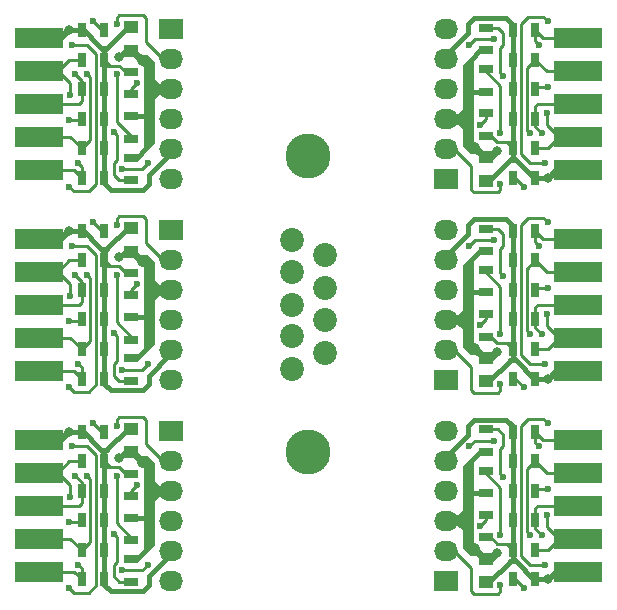
<source format=gbl>
G04 #@! TF.FileFunction,Copper,L2,Bot,Signal*
%FSLAX46Y46*%
G04 Gerber Fmt 4.6, Leading zero omitted, Abs format (unit mm)*
G04 Created by KiCad (PCBNEW 4.0.2-stable) date 27/07/2016 9:39:40 PM*
%MOMM*%
G01*
G04 APERTURE LIST*
%ADD10C,0.100000*%
%ADD11R,1.250000X1.000000*%
%ADD12C,3.810000*%
%ADD13C,2.024000*%
%ADD14R,1.300000X0.700000*%
%ADD15R,0.700000X1.300000*%
%ADD16R,4.080000X1.778000*%
%ADD17R,2.032000X1.727200*%
%ADD18O,2.032000X1.727200*%
%ADD19C,0.800000*%
%ADD20C,0.600000*%
%ADD21C,0.450000*%
%ADD22C,0.250000*%
%ADD23C,0.500000*%
G04 APERTURE END LIST*
D10*
D11*
X170250000Y-116500000D03*
X170250000Y-114500000D03*
X170250000Y-133500000D03*
X170250000Y-131500000D03*
X140250000Y-137500000D03*
X140250000Y-139500000D03*
X140250000Y-120500000D03*
X140250000Y-122500000D03*
X140250000Y-103500000D03*
X140250000Y-105500000D03*
X170250000Y-150500000D03*
X170250000Y-148500000D03*
D12*
X155250000Y-139446000D03*
X155250000Y-114427000D03*
D13*
X153853000Y-132461000D03*
X153853000Y-129667000D03*
X153853000Y-127000000D03*
X153853000Y-124206000D03*
X153853000Y-121539000D03*
X156647000Y-131064000D03*
X156647000Y-128270000D03*
X156647000Y-125603000D03*
X156647000Y-122809000D03*
D14*
X170250000Y-141050000D03*
X170250000Y-142950000D03*
D15*
X174450000Y-150250000D03*
X172550000Y-150250000D03*
D14*
X170250000Y-137550000D03*
X170250000Y-139450000D03*
X170250000Y-146700000D03*
X170250000Y-144800000D03*
D15*
X172550000Y-140250000D03*
X174450000Y-140250000D03*
X172550000Y-137750000D03*
X174450000Y-137750000D03*
X172550000Y-147750000D03*
X174450000Y-147750000D03*
X172550000Y-145250000D03*
X174450000Y-145250000D03*
X172550000Y-142750000D03*
X174450000Y-142750000D03*
D16*
X178083000Y-141206000D03*
X178083000Y-144000000D03*
X178083000Y-146794000D03*
X178083000Y-149588000D03*
X178083000Y-138412000D03*
D17*
X166915000Y-150350000D03*
D18*
X166915000Y-147810000D03*
X166915000Y-145270000D03*
X166915000Y-142730000D03*
X166915000Y-140190000D03*
X166915000Y-137650000D03*
D17*
X166915000Y-116350000D03*
D18*
X166915000Y-113810000D03*
X166915000Y-111270000D03*
X166915000Y-108730000D03*
X166915000Y-106190000D03*
X166915000Y-103650000D03*
D16*
X178083000Y-107206000D03*
X178083000Y-110000000D03*
X178083000Y-112794000D03*
X178083000Y-115588000D03*
X178083000Y-104412000D03*
D15*
X172550000Y-108750000D03*
X174450000Y-108750000D03*
X172550000Y-111250000D03*
X174450000Y-111250000D03*
X172550000Y-113750000D03*
X174450000Y-113750000D03*
X172550000Y-103750000D03*
X174450000Y-103750000D03*
X172550000Y-106250000D03*
X174450000Y-106250000D03*
D14*
X170250000Y-112700000D03*
X170250000Y-110800000D03*
X170250000Y-103550000D03*
X170250000Y-105450000D03*
D15*
X174450000Y-116250000D03*
X172550000Y-116250000D03*
D14*
X170250000Y-107050000D03*
X170250000Y-108950000D03*
X170250000Y-124050000D03*
X170250000Y-125950000D03*
D15*
X174450000Y-133250000D03*
X172550000Y-133250000D03*
D14*
X170250000Y-120550000D03*
X170250000Y-122450000D03*
X170250000Y-129700000D03*
X170250000Y-127800000D03*
D15*
X172550000Y-123250000D03*
X174450000Y-123250000D03*
X172550000Y-120750000D03*
X174450000Y-120750000D03*
X172550000Y-130750000D03*
X174450000Y-130750000D03*
X172550000Y-128250000D03*
X174450000Y-128250000D03*
X172550000Y-125750000D03*
X174450000Y-125750000D03*
D16*
X178083000Y-124206000D03*
X178083000Y-127000000D03*
X178083000Y-129794000D03*
X178083000Y-132588000D03*
X178083000Y-121412000D03*
D17*
X166915000Y-133350000D03*
D18*
X166915000Y-130810000D03*
X166915000Y-128270000D03*
X166915000Y-125730000D03*
X166915000Y-123190000D03*
X166915000Y-120650000D03*
D17*
X143585000Y-120650000D03*
D18*
X143585000Y-123190000D03*
X143585000Y-125730000D03*
X143585000Y-128270000D03*
X143585000Y-130810000D03*
X143585000Y-133350000D03*
D16*
X132417000Y-129794000D03*
X132417000Y-127000000D03*
X132417000Y-124206000D03*
X132417000Y-121412000D03*
X132417000Y-132588000D03*
D15*
X137950000Y-128250000D03*
X136050000Y-128250000D03*
X137950000Y-125750000D03*
X136050000Y-125750000D03*
X137950000Y-123250000D03*
X136050000Y-123250000D03*
X137950000Y-133250000D03*
X136050000Y-133250000D03*
X137950000Y-130750000D03*
X136050000Y-130750000D03*
D14*
X140250000Y-124300000D03*
X140250000Y-126200000D03*
X140250000Y-133450000D03*
X140250000Y-131550000D03*
D15*
X136050000Y-120750000D03*
X137950000Y-120750000D03*
D14*
X140250000Y-129950000D03*
X140250000Y-128050000D03*
X140250000Y-146950000D03*
X140250000Y-145050000D03*
D15*
X136050000Y-137750000D03*
X137950000Y-137750000D03*
D14*
X140250000Y-150450000D03*
X140250000Y-148550000D03*
X140250000Y-141300000D03*
X140250000Y-143200000D03*
D15*
X137950000Y-147750000D03*
X136050000Y-147750000D03*
X137950000Y-150250000D03*
X136050000Y-150250000D03*
X137950000Y-140250000D03*
X136050000Y-140250000D03*
X137950000Y-142750000D03*
X136050000Y-142750000D03*
X137950000Y-145250000D03*
X136050000Y-145250000D03*
D16*
X132417000Y-146794000D03*
X132417000Y-144000000D03*
X132417000Y-141206000D03*
X132417000Y-138412000D03*
X132417000Y-149588000D03*
D17*
X143585000Y-137650000D03*
D18*
X143585000Y-140190000D03*
X143585000Y-142730000D03*
X143585000Y-145270000D03*
X143585000Y-147810000D03*
X143585000Y-150350000D03*
D17*
X143585000Y-103650000D03*
D18*
X143585000Y-106190000D03*
X143585000Y-108730000D03*
X143585000Y-111270000D03*
X143585000Y-113810000D03*
X143585000Y-116350000D03*
D16*
X132417000Y-112794000D03*
X132417000Y-110000000D03*
X132417000Y-107206000D03*
X132417000Y-104412000D03*
X132417000Y-115588000D03*
D15*
X137950000Y-111250000D03*
X136050000Y-111250000D03*
X137950000Y-108750000D03*
X136050000Y-108750000D03*
X137950000Y-106250000D03*
X136050000Y-106250000D03*
X137950000Y-116250000D03*
X136050000Y-116250000D03*
X137950000Y-113750000D03*
X136050000Y-113750000D03*
D14*
X140250000Y-107300000D03*
X140250000Y-109200000D03*
X140250000Y-116450000D03*
X140250000Y-114550000D03*
D15*
X136050000Y-103750000D03*
X137950000Y-103750000D03*
D14*
X140250000Y-112950000D03*
X140250000Y-111050000D03*
D19*
X175500000Y-150250000D03*
X175500000Y-116250000D03*
X175500000Y-133250000D03*
X135000000Y-120750000D03*
X135000000Y-137750000D03*
X135000000Y-103750000D03*
X171250000Y-148000000D03*
X169375000Y-147625000D03*
X169375000Y-113625000D03*
X171250000Y-114000000D03*
X171250000Y-131000000D03*
X169375000Y-130625000D03*
X141125000Y-123375000D03*
X139250000Y-123000000D03*
X139250000Y-140000000D03*
X141125000Y-140375000D03*
X141125000Y-106375000D03*
X139250000Y-106000000D03*
D20*
X175250000Y-149000000D03*
X175500000Y-103000000D03*
X175250000Y-115000000D03*
X175250000Y-132000000D03*
X175500000Y-120000000D03*
X175500000Y-137000000D03*
X135000000Y-117000000D03*
X135000000Y-134000000D03*
X135250000Y-122000000D03*
X135250000Y-139000000D03*
X135000000Y-151000000D03*
X135250000Y-105000000D03*
X174000000Y-146500000D03*
X174000000Y-112500000D03*
X174000000Y-129500000D03*
X136500000Y-124500000D03*
X136500000Y-141500000D03*
X136500000Y-107500000D03*
X175000000Y-146500000D03*
X175000000Y-112500000D03*
X175000000Y-129500000D03*
X135500000Y-124500000D03*
X135500000Y-141500000D03*
X135500000Y-107500000D03*
X175424000Y-144762000D03*
X175424000Y-110762000D03*
X175424000Y-127762000D03*
X135076000Y-126238000D03*
X135076000Y-143238000D03*
X135076000Y-109238000D03*
X174750000Y-139000000D03*
X171000000Y-138500000D03*
X168850000Y-139000000D03*
X168850000Y-105000000D03*
X171000000Y-104500000D03*
X174750000Y-105000000D03*
X174750000Y-122000000D03*
X171000000Y-121500000D03*
X168850000Y-122000000D03*
X141650000Y-132000000D03*
X139500000Y-132500000D03*
X135750000Y-132000000D03*
X135750000Y-149000000D03*
X139500000Y-149500000D03*
X141650000Y-149000000D03*
X141650000Y-115000000D03*
X139500000Y-115500000D03*
X135750000Y-115000000D03*
X175551000Y-142603000D03*
X175551000Y-108603000D03*
X175551000Y-125603000D03*
X134949000Y-128397000D03*
X134949000Y-145397000D03*
X134949000Y-111397000D03*
X171500000Y-150750000D03*
X171500000Y-116750000D03*
X171500000Y-133750000D03*
X139000000Y-120250000D03*
X139000000Y-137250000D03*
X139000000Y-103250000D03*
X169750000Y-145750000D03*
X169750000Y-111750000D03*
X169750000Y-128750000D03*
X140750000Y-125250000D03*
X140750000Y-142250000D03*
X140750000Y-108250000D03*
X171750000Y-141600000D03*
X171750000Y-107600000D03*
X171750000Y-124600000D03*
X138750000Y-129400000D03*
X138750000Y-146400000D03*
X138750000Y-112400000D03*
X173500000Y-151000000D03*
X173500000Y-117000000D03*
X173500000Y-134000000D03*
X137000000Y-120000000D03*
X137000000Y-137000000D03*
X137000000Y-103000000D03*
X171500000Y-146500000D03*
X171500000Y-112500000D03*
X171500000Y-129500000D03*
X139000000Y-124500000D03*
X139000000Y-141500000D03*
X139000000Y-107500000D03*
D21*
X172550000Y-137750000D02*
X172550000Y-140250000D01*
X172550000Y-140250000D02*
X172550000Y-142750000D01*
X172550000Y-142750000D02*
X172550000Y-145250000D01*
X172550000Y-145250000D02*
X172550000Y-147750000D01*
D22*
X172490000Y-140190000D02*
X172550000Y-140250000D01*
D21*
X172550000Y-148492000D02*
X172550000Y-147750000D01*
X172779000Y-148721000D02*
X172550000Y-148492000D01*
X174450000Y-150392000D02*
X172779000Y-148721000D01*
D22*
X174450000Y-150250000D02*
X174450000Y-150392000D01*
X172550000Y-147750000D02*
X172550000Y-148200000D01*
D21*
X172550000Y-137300000D02*
X172550000Y-137750000D01*
X172000000Y-136750000D02*
X172550000Y-137300000D01*
X169250000Y-136750000D02*
X172000000Y-136750000D01*
X168750000Y-137250000D02*
X169250000Y-136750000D01*
X168750000Y-138000000D02*
X168750000Y-137250000D01*
X175500000Y-150250000D02*
X174450000Y-150250000D01*
D22*
X174450000Y-150250000D02*
X174450000Y-150550000D01*
X176162000Y-149588000D02*
X178083000Y-149588000D01*
D21*
X175500000Y-150250000D02*
X176162000Y-149588000D01*
D23*
X172550000Y-148200000D02*
X172550000Y-147750000D01*
D22*
X170700000Y-146700000D02*
X171250000Y-147250000D01*
X172050000Y-147250000D02*
X172550000Y-147750000D01*
X171250000Y-147250000D02*
X172050000Y-147250000D01*
D21*
X166915000Y-140085000D02*
X166915000Y-140190000D01*
X168750000Y-138000000D02*
X167040000Y-139710000D01*
D22*
X172550000Y-147500002D02*
X172550000Y-147750000D01*
X172299998Y-147250000D02*
X172550000Y-147500002D01*
X171250000Y-147250000D02*
X172299998Y-147250000D01*
D21*
X170542000Y-150500000D02*
X170250000Y-150500000D01*
X172271000Y-148771000D02*
X170542000Y-150500000D01*
X172550000Y-148492000D02*
X172271000Y-148771000D01*
X172321000Y-148721000D02*
X172779000Y-148721000D01*
X172271000Y-148771000D02*
X172321000Y-148721000D01*
X177671000Y-150000000D02*
X178083000Y-149588000D01*
X175750000Y-150000000D02*
X177671000Y-150000000D01*
X175500000Y-150250000D02*
X175750000Y-150000000D01*
X175500000Y-116250000D02*
X175750000Y-116000000D01*
X175750000Y-116000000D02*
X177671000Y-116000000D01*
X177671000Y-116000000D02*
X178083000Y-115588000D01*
X172271000Y-114771000D02*
X172321000Y-114721000D01*
X172321000Y-114721000D02*
X172779000Y-114721000D01*
X172550000Y-114492000D02*
X172271000Y-114771000D01*
X172271000Y-114771000D02*
X170542000Y-116500000D01*
X170542000Y-116500000D02*
X170250000Y-116500000D01*
D22*
X171250000Y-113250000D02*
X172299998Y-113250000D01*
X172299998Y-113250000D02*
X172550000Y-113500002D01*
X172550000Y-113500002D02*
X172550000Y-113750000D01*
D21*
X168750000Y-104000000D02*
X167040000Y-105710000D01*
X166915000Y-106085000D02*
X166915000Y-106190000D01*
D22*
X171250000Y-113250000D02*
X172050000Y-113250000D01*
X172050000Y-113250000D02*
X172550000Y-113750000D01*
X170700000Y-112700000D02*
X171250000Y-113250000D01*
D23*
X172550000Y-114200000D02*
X172550000Y-113750000D01*
D21*
X175500000Y-116250000D02*
X176162000Y-115588000D01*
D22*
X176162000Y-115588000D02*
X178083000Y-115588000D01*
X174450000Y-116250000D02*
X174450000Y-116550000D01*
D21*
X175500000Y-116250000D02*
X174450000Y-116250000D01*
X168750000Y-104000000D02*
X168750000Y-103250000D01*
X168750000Y-103250000D02*
X169250000Y-102750000D01*
X169250000Y-102750000D02*
X172000000Y-102750000D01*
X172000000Y-102750000D02*
X172550000Y-103300000D01*
X172550000Y-103300000D02*
X172550000Y-103750000D01*
D22*
X172550000Y-113750000D02*
X172550000Y-114200000D01*
X174450000Y-116250000D02*
X174450000Y-116392000D01*
D21*
X174450000Y-116392000D02*
X172779000Y-114721000D01*
X172779000Y-114721000D02*
X172550000Y-114492000D01*
X172550000Y-114492000D02*
X172550000Y-113750000D01*
D22*
X172490000Y-106190000D02*
X172550000Y-106250000D01*
D21*
X172550000Y-111250000D02*
X172550000Y-113750000D01*
X172550000Y-108750000D02*
X172550000Y-111250000D01*
X172550000Y-106250000D02*
X172550000Y-108750000D01*
X172550000Y-103750000D02*
X172550000Y-106250000D01*
X172550000Y-120750000D02*
X172550000Y-123250000D01*
X172550000Y-123250000D02*
X172550000Y-125750000D01*
X172550000Y-125750000D02*
X172550000Y-128250000D01*
X172550000Y-128250000D02*
X172550000Y-130750000D01*
D22*
X172490000Y-123190000D02*
X172550000Y-123250000D01*
D21*
X172550000Y-131492000D02*
X172550000Y-130750000D01*
X172779000Y-131721000D02*
X172550000Y-131492000D01*
X174450000Y-133392000D02*
X172779000Y-131721000D01*
D22*
X174450000Y-133250000D02*
X174450000Y-133392000D01*
X172550000Y-130750000D02*
X172550000Y-131200000D01*
D21*
X172550000Y-120300000D02*
X172550000Y-120750000D01*
X172000000Y-119750000D02*
X172550000Y-120300000D01*
X169250000Y-119750000D02*
X172000000Y-119750000D01*
X168750000Y-120250000D02*
X169250000Y-119750000D01*
X168750000Y-121000000D02*
X168750000Y-120250000D01*
X175500000Y-133250000D02*
X174450000Y-133250000D01*
D22*
X174450000Y-133250000D02*
X174450000Y-133550000D01*
X176162000Y-132588000D02*
X178083000Y-132588000D01*
D21*
X175500000Y-133250000D02*
X176162000Y-132588000D01*
D23*
X172550000Y-131200000D02*
X172550000Y-130750000D01*
D22*
X170700000Y-129700000D02*
X171250000Y-130250000D01*
X172050000Y-130250000D02*
X172550000Y-130750000D01*
X171250000Y-130250000D02*
X172050000Y-130250000D01*
D21*
X166915000Y-123085000D02*
X166915000Y-123190000D01*
X168750000Y-121000000D02*
X167040000Y-122710000D01*
D22*
X172550000Y-130500002D02*
X172550000Y-130750000D01*
X172299998Y-130250000D02*
X172550000Y-130500002D01*
X171250000Y-130250000D02*
X172299998Y-130250000D01*
D21*
X170542000Y-133500000D02*
X170250000Y-133500000D01*
X172271000Y-131771000D02*
X170542000Y-133500000D01*
X172550000Y-131492000D02*
X172271000Y-131771000D01*
X172321000Y-131721000D02*
X172779000Y-131721000D01*
X172271000Y-131771000D02*
X172321000Y-131721000D01*
X177671000Y-133000000D02*
X178083000Y-132588000D01*
X175750000Y-133000000D02*
X177671000Y-133000000D01*
X175500000Y-133250000D02*
X175750000Y-133000000D01*
X135000000Y-120750000D02*
X134750000Y-121000000D01*
X134750000Y-121000000D02*
X132829000Y-121000000D01*
X132829000Y-121000000D02*
X132417000Y-121412000D01*
X138229000Y-122229000D02*
X138179000Y-122279000D01*
X138179000Y-122279000D02*
X137721000Y-122279000D01*
X137950000Y-122508000D02*
X138229000Y-122229000D01*
X138229000Y-122229000D02*
X139958000Y-120500000D01*
X139958000Y-120500000D02*
X140250000Y-120500000D01*
D22*
X139250000Y-123750000D02*
X138200002Y-123750000D01*
X138200002Y-123750000D02*
X137950000Y-123499998D01*
X137950000Y-123499998D02*
X137950000Y-123250000D01*
D21*
X141750000Y-133000000D02*
X143460000Y-131290000D01*
X143585000Y-130915000D02*
X143585000Y-130810000D01*
D22*
X139250000Y-123750000D02*
X138450000Y-123750000D01*
X138450000Y-123750000D02*
X137950000Y-123250000D01*
X139800000Y-124300000D02*
X139250000Y-123750000D01*
D23*
X137950000Y-122800000D02*
X137950000Y-123250000D01*
D21*
X135000000Y-120750000D02*
X134338000Y-121412000D01*
D22*
X134338000Y-121412000D02*
X132417000Y-121412000D01*
X136050000Y-120750000D02*
X136050000Y-120450000D01*
D21*
X135000000Y-120750000D02*
X136050000Y-120750000D01*
X141750000Y-133000000D02*
X141750000Y-133750000D01*
X141750000Y-133750000D02*
X141250000Y-134250000D01*
X141250000Y-134250000D02*
X138500000Y-134250000D01*
X138500000Y-134250000D02*
X137950000Y-133700000D01*
X137950000Y-133700000D02*
X137950000Y-133250000D01*
D22*
X137950000Y-123250000D02*
X137950000Y-122800000D01*
X136050000Y-120750000D02*
X136050000Y-120608000D01*
D21*
X136050000Y-120608000D02*
X137721000Y-122279000D01*
X137721000Y-122279000D02*
X137950000Y-122508000D01*
X137950000Y-122508000D02*
X137950000Y-123250000D01*
D22*
X138010000Y-130810000D02*
X137950000Y-130750000D01*
D21*
X137950000Y-125750000D02*
X137950000Y-123250000D01*
X137950000Y-128250000D02*
X137950000Y-125750000D01*
X137950000Y-130750000D02*
X137950000Y-128250000D01*
X137950000Y-133250000D02*
X137950000Y-130750000D01*
X137950000Y-150250000D02*
X137950000Y-147750000D01*
X137950000Y-147750000D02*
X137950000Y-145250000D01*
X137950000Y-145250000D02*
X137950000Y-142750000D01*
X137950000Y-142750000D02*
X137950000Y-140250000D01*
D22*
X138010000Y-147810000D02*
X137950000Y-147750000D01*
D21*
X137950000Y-139508000D02*
X137950000Y-140250000D01*
X137721000Y-139279000D02*
X137950000Y-139508000D01*
X136050000Y-137608000D02*
X137721000Y-139279000D01*
D22*
X136050000Y-137750000D02*
X136050000Y-137608000D01*
X137950000Y-140250000D02*
X137950000Y-139800000D01*
D21*
X137950000Y-150700000D02*
X137950000Y-150250000D01*
X138500000Y-151250000D02*
X137950000Y-150700000D01*
X141250000Y-151250000D02*
X138500000Y-151250000D01*
X141750000Y-150750000D02*
X141250000Y-151250000D01*
X141750000Y-150000000D02*
X141750000Y-150750000D01*
X135000000Y-137750000D02*
X136050000Y-137750000D01*
D22*
X136050000Y-137750000D02*
X136050000Y-137450000D01*
X134338000Y-138412000D02*
X132417000Y-138412000D01*
D21*
X135000000Y-137750000D02*
X134338000Y-138412000D01*
D23*
X137950000Y-139800000D02*
X137950000Y-140250000D01*
D22*
X139800000Y-141300000D02*
X139250000Y-140750000D01*
X138450000Y-140750000D02*
X137950000Y-140250000D01*
X139250000Y-140750000D02*
X138450000Y-140750000D01*
D21*
X143585000Y-147915000D02*
X143585000Y-147810000D01*
X141750000Y-150000000D02*
X143460000Y-148290000D01*
D22*
X137950000Y-140499998D02*
X137950000Y-140250000D01*
X138200002Y-140750000D02*
X137950000Y-140499998D01*
X139250000Y-140750000D02*
X138200002Y-140750000D01*
D21*
X139958000Y-137500000D02*
X140250000Y-137500000D01*
X138229000Y-139229000D02*
X139958000Y-137500000D01*
X137950000Y-139508000D02*
X138229000Y-139229000D01*
X138179000Y-139279000D02*
X137721000Y-139279000D01*
X138229000Y-139229000D02*
X138179000Y-139279000D01*
X132829000Y-138000000D02*
X132417000Y-138412000D01*
X134750000Y-138000000D02*
X132829000Y-138000000D01*
X135000000Y-137750000D02*
X134750000Y-138000000D01*
X135000000Y-103750000D02*
X134750000Y-104000000D01*
X134750000Y-104000000D02*
X132829000Y-104000000D01*
X132829000Y-104000000D02*
X132417000Y-104412000D01*
X138229000Y-105229000D02*
X138179000Y-105279000D01*
X138179000Y-105279000D02*
X137721000Y-105279000D01*
X137950000Y-105508000D02*
X138229000Y-105229000D01*
X138229000Y-105229000D02*
X139958000Y-103500000D01*
X139958000Y-103500000D02*
X140250000Y-103500000D01*
D22*
X139250000Y-106750000D02*
X138200002Y-106750000D01*
X138200002Y-106750000D02*
X137950000Y-106499998D01*
X137950000Y-106499998D02*
X137950000Y-106250000D01*
D21*
X141750000Y-116000000D02*
X143460000Y-114290000D01*
X143585000Y-113915000D02*
X143585000Y-113810000D01*
D22*
X139250000Y-106750000D02*
X138450000Y-106750000D01*
X138450000Y-106750000D02*
X137950000Y-106250000D01*
X139800000Y-107300000D02*
X139250000Y-106750000D01*
D23*
X137950000Y-105800000D02*
X137950000Y-106250000D01*
D21*
X135000000Y-103750000D02*
X134338000Y-104412000D01*
D22*
X134338000Y-104412000D02*
X132417000Y-104412000D01*
X136050000Y-103750000D02*
X136050000Y-103450000D01*
D21*
X135000000Y-103750000D02*
X136050000Y-103750000D01*
X141750000Y-116000000D02*
X141750000Y-116750000D01*
X141750000Y-116750000D02*
X141250000Y-117250000D01*
X141250000Y-117250000D02*
X138500000Y-117250000D01*
X138500000Y-117250000D02*
X137950000Y-116700000D01*
X137950000Y-116700000D02*
X137950000Y-116250000D01*
D22*
X137950000Y-106250000D02*
X137950000Y-105800000D01*
X136050000Y-103750000D02*
X136050000Y-103608000D01*
D21*
X136050000Y-103608000D02*
X137721000Y-105279000D01*
X137721000Y-105279000D02*
X137950000Y-105508000D01*
X137950000Y-105508000D02*
X137950000Y-106250000D01*
D22*
X138010000Y-113810000D02*
X137950000Y-113750000D01*
D21*
X137950000Y-108750000D02*
X137950000Y-106250000D01*
X137950000Y-111250000D02*
X137950000Y-108750000D01*
X137950000Y-113750000D02*
X137950000Y-111250000D01*
X137950000Y-116250000D02*
X137950000Y-113750000D01*
D22*
X166915000Y-145270000D02*
X167020000Y-145270000D01*
X170750000Y-148500000D02*
X170250000Y-148500000D01*
D21*
X170250000Y-139450000D02*
X170050000Y-139450000D01*
X170750000Y-148500000D02*
X171250000Y-148000000D01*
X169800000Y-139450000D02*
X170250000Y-139450000D01*
X169000000Y-147250000D02*
X170250000Y-148500000D01*
X169000000Y-146250000D02*
X169000000Y-147250000D01*
X169000000Y-146000000D02*
X169000000Y-146250000D01*
X169000000Y-145250000D02*
X169000000Y-146000000D01*
X169000000Y-140250000D02*
X169800000Y-139450000D01*
X169000000Y-144500000D02*
X169000000Y-145250000D01*
X169000000Y-144250000D02*
X169000000Y-144500000D01*
X169000000Y-143000000D02*
X169000000Y-144250000D01*
X169000000Y-140250000D02*
X169000000Y-143000000D01*
X169000000Y-145270000D02*
X169000000Y-145250000D01*
X166915000Y-145270000D02*
X169000000Y-145270000D01*
X168500000Y-145500000D02*
X169000000Y-146000000D01*
X168250000Y-145500000D02*
X168500000Y-145500000D01*
X167145000Y-145500000D02*
X168250000Y-145500000D01*
X166915000Y-145270000D02*
X167145000Y-145500000D01*
X168500000Y-145000000D02*
X169000000Y-144500000D01*
X168250000Y-145000000D02*
X168500000Y-145000000D01*
X167185000Y-145000000D02*
X168250000Y-145000000D01*
X166915000Y-145270000D02*
X167185000Y-145000000D01*
X168750000Y-146750000D02*
X168750000Y-140500000D01*
X168750000Y-147000000D02*
X168750000Y-146750000D01*
X168750000Y-140500000D02*
X169000000Y-140250000D01*
X169000000Y-147250000D02*
X168750000Y-147000000D01*
X168750000Y-147250000D02*
X168750000Y-146750000D01*
X169125000Y-147625000D02*
X168750000Y-147250000D01*
X170000000Y-148500000D02*
X169125000Y-147625000D01*
X170250000Y-148500000D02*
X170000000Y-148500000D01*
X168250000Y-145500000D02*
X169000000Y-146250000D01*
X168250000Y-145000000D02*
X169000000Y-144250000D01*
X169000000Y-142950000D02*
X169000000Y-143000000D01*
X170250000Y-142950000D02*
X169000000Y-142950000D01*
D22*
X169125000Y-147625000D02*
X169375000Y-147625000D01*
D21*
X169750000Y-148000000D02*
X170250000Y-148500000D01*
X169000000Y-148000000D02*
X169750000Y-148000000D01*
X168750000Y-147750000D02*
X169000000Y-148000000D01*
X168750000Y-147250000D02*
X168750000Y-147750000D01*
X167770000Y-145270000D02*
X166915000Y-145270000D01*
X168500000Y-146000000D02*
X167770000Y-145270000D01*
X168500000Y-147500000D02*
X168500000Y-146000000D01*
X169000000Y-148000000D02*
X168500000Y-147500000D01*
X167730000Y-145270000D02*
X166915000Y-145270000D01*
X168500000Y-144500000D02*
X167730000Y-145270000D01*
X168500000Y-140750000D02*
X168500000Y-144500000D01*
X168750000Y-140500000D02*
X168500000Y-140750000D01*
X168750000Y-106500000D02*
X168500000Y-106750000D01*
X168500000Y-106750000D02*
X168500000Y-110500000D01*
X168500000Y-110500000D02*
X167730000Y-111270000D01*
X167730000Y-111270000D02*
X166915000Y-111270000D01*
X169000000Y-114000000D02*
X168500000Y-113500000D01*
X168500000Y-113500000D02*
X168500000Y-112000000D01*
X168500000Y-112000000D02*
X167770000Y-111270000D01*
X167770000Y-111270000D02*
X166915000Y-111270000D01*
X168750000Y-113250000D02*
X168750000Y-113750000D01*
X168750000Y-113750000D02*
X169000000Y-114000000D01*
X169000000Y-114000000D02*
X169750000Y-114000000D01*
X169750000Y-114000000D02*
X170250000Y-114500000D01*
D22*
X169125000Y-113625000D02*
X169375000Y-113625000D01*
D21*
X170250000Y-108950000D02*
X169000000Y-108950000D01*
X169000000Y-108950000D02*
X169000000Y-109000000D01*
X168250000Y-111000000D02*
X169000000Y-110250000D01*
X168250000Y-111500000D02*
X169000000Y-112250000D01*
X170250000Y-114500000D02*
X170000000Y-114500000D01*
X170000000Y-114500000D02*
X169125000Y-113625000D01*
X169125000Y-113625000D02*
X168750000Y-113250000D01*
X168750000Y-113250000D02*
X168750000Y-112750000D01*
X169000000Y-113250000D02*
X168750000Y-113000000D01*
X168750000Y-106500000D02*
X169000000Y-106250000D01*
X168750000Y-113000000D02*
X168750000Y-112750000D01*
X168750000Y-112750000D02*
X168750000Y-106500000D01*
X166915000Y-111270000D02*
X167185000Y-111000000D01*
X167185000Y-111000000D02*
X168250000Y-111000000D01*
X168250000Y-111000000D02*
X168500000Y-111000000D01*
X168500000Y-111000000D02*
X169000000Y-110500000D01*
X166915000Y-111270000D02*
X167145000Y-111500000D01*
X167145000Y-111500000D02*
X168250000Y-111500000D01*
X168250000Y-111500000D02*
X168500000Y-111500000D01*
X168500000Y-111500000D02*
X169000000Y-112000000D01*
X166915000Y-111270000D02*
X169000000Y-111270000D01*
X169000000Y-111270000D02*
X169000000Y-111250000D01*
X169000000Y-106250000D02*
X169000000Y-109000000D01*
X169000000Y-109000000D02*
X169000000Y-110250000D01*
X169000000Y-110250000D02*
X169000000Y-110500000D01*
X169000000Y-110500000D02*
X169000000Y-111250000D01*
X169000000Y-106250000D02*
X169800000Y-105450000D01*
X169000000Y-111250000D02*
X169000000Y-112000000D01*
X169000000Y-112000000D02*
X169000000Y-112250000D01*
X169000000Y-112250000D02*
X169000000Y-113250000D01*
X169000000Y-113250000D02*
X170250000Y-114500000D01*
X169800000Y-105450000D02*
X170250000Y-105450000D01*
X170750000Y-114500000D02*
X171250000Y-114000000D01*
X170250000Y-105450000D02*
X170050000Y-105450000D01*
D22*
X170750000Y-114500000D02*
X170250000Y-114500000D01*
X166915000Y-111270000D02*
X167020000Y-111270000D01*
X166915000Y-128270000D02*
X167020000Y-128270000D01*
X170750000Y-131500000D02*
X170250000Y-131500000D01*
D21*
X170250000Y-122450000D02*
X170050000Y-122450000D01*
X170750000Y-131500000D02*
X171250000Y-131000000D01*
X169800000Y-122450000D02*
X170250000Y-122450000D01*
X169000000Y-130250000D02*
X170250000Y-131500000D01*
X169000000Y-129250000D02*
X169000000Y-130250000D01*
X169000000Y-129000000D02*
X169000000Y-129250000D01*
X169000000Y-128250000D02*
X169000000Y-129000000D01*
X169000000Y-123250000D02*
X169800000Y-122450000D01*
X169000000Y-127500000D02*
X169000000Y-128250000D01*
X169000000Y-127250000D02*
X169000000Y-127500000D01*
X169000000Y-126000000D02*
X169000000Y-127250000D01*
X169000000Y-123250000D02*
X169000000Y-126000000D01*
X169000000Y-128270000D02*
X169000000Y-128250000D01*
X166915000Y-128270000D02*
X169000000Y-128270000D01*
X168500000Y-128500000D02*
X169000000Y-129000000D01*
X168250000Y-128500000D02*
X168500000Y-128500000D01*
X167145000Y-128500000D02*
X168250000Y-128500000D01*
X166915000Y-128270000D02*
X167145000Y-128500000D01*
X168500000Y-128000000D02*
X169000000Y-127500000D01*
X168250000Y-128000000D02*
X168500000Y-128000000D01*
X167185000Y-128000000D02*
X168250000Y-128000000D01*
X166915000Y-128270000D02*
X167185000Y-128000000D01*
X168750000Y-129750000D02*
X168750000Y-123500000D01*
X168750000Y-130000000D02*
X168750000Y-129750000D01*
X168750000Y-123500000D02*
X169000000Y-123250000D01*
X169000000Y-130250000D02*
X168750000Y-130000000D01*
X168750000Y-130250000D02*
X168750000Y-129750000D01*
X169125000Y-130625000D02*
X168750000Y-130250000D01*
X170000000Y-131500000D02*
X169125000Y-130625000D01*
X170250000Y-131500000D02*
X170000000Y-131500000D01*
X168250000Y-128500000D02*
X169000000Y-129250000D01*
X168250000Y-128000000D02*
X169000000Y-127250000D01*
X169000000Y-125950000D02*
X169000000Y-126000000D01*
X170250000Y-125950000D02*
X169000000Y-125950000D01*
D22*
X169125000Y-130625000D02*
X169375000Y-130625000D01*
D21*
X169750000Y-131000000D02*
X170250000Y-131500000D01*
X169000000Y-131000000D02*
X169750000Y-131000000D01*
X168750000Y-130750000D02*
X169000000Y-131000000D01*
X168750000Y-130250000D02*
X168750000Y-130750000D01*
X167770000Y-128270000D02*
X166915000Y-128270000D01*
X168500000Y-129000000D02*
X167770000Y-128270000D01*
X168500000Y-130500000D02*
X168500000Y-129000000D01*
X169000000Y-131000000D02*
X168500000Y-130500000D01*
X167730000Y-128270000D02*
X166915000Y-128270000D01*
X168500000Y-127500000D02*
X167730000Y-128270000D01*
X168500000Y-123750000D02*
X168500000Y-127500000D01*
X168750000Y-123500000D02*
X168500000Y-123750000D01*
X141750000Y-130500000D02*
X142000000Y-130250000D01*
X142000000Y-130250000D02*
X142000000Y-126500000D01*
X142000000Y-126500000D02*
X142770000Y-125730000D01*
X142770000Y-125730000D02*
X143585000Y-125730000D01*
X141500000Y-123000000D02*
X142000000Y-123500000D01*
X142000000Y-123500000D02*
X142000000Y-125000000D01*
X142000000Y-125000000D02*
X142730000Y-125730000D01*
X142730000Y-125730000D02*
X143585000Y-125730000D01*
X141750000Y-123750000D02*
X141750000Y-123250000D01*
X141750000Y-123250000D02*
X141500000Y-123000000D01*
X141500000Y-123000000D02*
X140750000Y-123000000D01*
X140750000Y-123000000D02*
X140250000Y-122500000D01*
D22*
X141375000Y-123375000D02*
X141125000Y-123375000D01*
D21*
X140250000Y-128050000D02*
X141500000Y-128050000D01*
X141500000Y-128050000D02*
X141500000Y-128000000D01*
X142250000Y-126000000D02*
X141500000Y-126750000D01*
X142250000Y-125500000D02*
X141500000Y-124750000D01*
X140250000Y-122500000D02*
X140500000Y-122500000D01*
X140500000Y-122500000D02*
X141375000Y-123375000D01*
X141375000Y-123375000D02*
X141750000Y-123750000D01*
X141750000Y-123750000D02*
X141750000Y-124250000D01*
X141500000Y-123750000D02*
X141750000Y-124000000D01*
X141750000Y-130500000D02*
X141500000Y-130750000D01*
X141750000Y-124000000D02*
X141750000Y-124250000D01*
X141750000Y-124250000D02*
X141750000Y-130500000D01*
X143585000Y-125730000D02*
X143315000Y-126000000D01*
X143315000Y-126000000D02*
X142250000Y-126000000D01*
X142250000Y-126000000D02*
X142000000Y-126000000D01*
X142000000Y-126000000D02*
X141500000Y-126500000D01*
X143585000Y-125730000D02*
X143355000Y-125500000D01*
X143355000Y-125500000D02*
X142250000Y-125500000D01*
X142250000Y-125500000D02*
X142000000Y-125500000D01*
X142000000Y-125500000D02*
X141500000Y-125000000D01*
X143585000Y-125730000D02*
X141500000Y-125730000D01*
X141500000Y-125730000D02*
X141500000Y-125750000D01*
X141500000Y-130750000D02*
X141500000Y-128000000D01*
X141500000Y-128000000D02*
X141500000Y-126750000D01*
X141500000Y-126750000D02*
X141500000Y-126500000D01*
X141500000Y-126500000D02*
X141500000Y-125750000D01*
X141500000Y-130750000D02*
X140700000Y-131550000D01*
X141500000Y-125750000D02*
X141500000Y-125000000D01*
X141500000Y-125000000D02*
X141500000Y-124750000D01*
X141500000Y-124750000D02*
X141500000Y-123750000D01*
X141500000Y-123750000D02*
X140250000Y-122500000D01*
X140700000Y-131550000D02*
X140250000Y-131550000D01*
X139750000Y-122500000D02*
X139250000Y-123000000D01*
X140250000Y-131550000D02*
X140450000Y-131550000D01*
D22*
X139750000Y-122500000D02*
X140250000Y-122500000D01*
X143585000Y-125730000D02*
X143480000Y-125730000D01*
X143585000Y-142730000D02*
X143480000Y-142730000D01*
X139750000Y-139500000D02*
X140250000Y-139500000D01*
D21*
X140250000Y-148550000D02*
X140450000Y-148550000D01*
X139750000Y-139500000D02*
X139250000Y-140000000D01*
X140700000Y-148550000D02*
X140250000Y-148550000D01*
X141500000Y-140750000D02*
X140250000Y-139500000D01*
X141500000Y-141750000D02*
X141500000Y-140750000D01*
X141500000Y-142000000D02*
X141500000Y-141750000D01*
X141500000Y-142750000D02*
X141500000Y-142000000D01*
X141500000Y-147750000D02*
X140700000Y-148550000D01*
X141500000Y-143500000D02*
X141500000Y-142750000D01*
X141500000Y-143750000D02*
X141500000Y-143500000D01*
X141500000Y-145000000D02*
X141500000Y-143750000D01*
X141500000Y-147750000D02*
X141500000Y-145000000D01*
X141500000Y-142730000D02*
X141500000Y-142750000D01*
X143585000Y-142730000D02*
X141500000Y-142730000D01*
X142000000Y-142500000D02*
X141500000Y-142000000D01*
X142250000Y-142500000D02*
X142000000Y-142500000D01*
X143355000Y-142500000D02*
X142250000Y-142500000D01*
X143585000Y-142730000D02*
X143355000Y-142500000D01*
X142000000Y-143000000D02*
X141500000Y-143500000D01*
X142250000Y-143000000D02*
X142000000Y-143000000D01*
X143315000Y-143000000D02*
X142250000Y-143000000D01*
X143585000Y-142730000D02*
X143315000Y-143000000D01*
X141750000Y-141250000D02*
X141750000Y-147500000D01*
X141750000Y-141000000D02*
X141750000Y-141250000D01*
X141750000Y-147500000D02*
X141500000Y-147750000D01*
X141500000Y-140750000D02*
X141750000Y-141000000D01*
X141750000Y-140750000D02*
X141750000Y-141250000D01*
X141375000Y-140375000D02*
X141750000Y-140750000D01*
X140500000Y-139500000D02*
X141375000Y-140375000D01*
X140250000Y-139500000D02*
X140500000Y-139500000D01*
X142250000Y-142500000D02*
X141500000Y-141750000D01*
X142250000Y-143000000D02*
X141500000Y-143750000D01*
X141500000Y-145050000D02*
X141500000Y-145000000D01*
X140250000Y-145050000D02*
X141500000Y-145050000D01*
D22*
X141375000Y-140375000D02*
X141125000Y-140375000D01*
D21*
X140750000Y-140000000D02*
X140250000Y-139500000D01*
X141500000Y-140000000D02*
X140750000Y-140000000D01*
X141750000Y-140250000D02*
X141500000Y-140000000D01*
X141750000Y-140750000D02*
X141750000Y-140250000D01*
X142730000Y-142730000D02*
X143585000Y-142730000D01*
X142000000Y-142000000D02*
X142730000Y-142730000D01*
X142000000Y-140500000D02*
X142000000Y-142000000D01*
X141500000Y-140000000D02*
X142000000Y-140500000D01*
X142770000Y-142730000D02*
X143585000Y-142730000D01*
X142000000Y-143500000D02*
X142770000Y-142730000D01*
X142000000Y-147250000D02*
X142000000Y-143500000D01*
X141750000Y-147500000D02*
X142000000Y-147250000D01*
X141750000Y-113500000D02*
X142000000Y-113250000D01*
X142000000Y-113250000D02*
X142000000Y-109500000D01*
X142000000Y-109500000D02*
X142770000Y-108730000D01*
X142770000Y-108730000D02*
X143585000Y-108730000D01*
X141500000Y-106000000D02*
X142000000Y-106500000D01*
X142000000Y-106500000D02*
X142000000Y-108000000D01*
X142000000Y-108000000D02*
X142730000Y-108730000D01*
X142730000Y-108730000D02*
X143585000Y-108730000D01*
X141750000Y-106750000D02*
X141750000Y-106250000D01*
X141750000Y-106250000D02*
X141500000Y-106000000D01*
X141500000Y-106000000D02*
X140750000Y-106000000D01*
X140750000Y-106000000D02*
X140250000Y-105500000D01*
D22*
X141375000Y-106375000D02*
X141125000Y-106375000D01*
D21*
X140250000Y-111050000D02*
X141500000Y-111050000D01*
X141500000Y-111050000D02*
X141500000Y-111000000D01*
X142250000Y-109000000D02*
X141500000Y-109750000D01*
X142250000Y-108500000D02*
X141500000Y-107750000D01*
X140250000Y-105500000D02*
X140500000Y-105500000D01*
X140500000Y-105500000D02*
X141375000Y-106375000D01*
X141375000Y-106375000D02*
X141750000Y-106750000D01*
X141750000Y-106750000D02*
X141750000Y-107250000D01*
X141500000Y-106750000D02*
X141750000Y-107000000D01*
X141750000Y-113500000D02*
X141500000Y-113750000D01*
X141750000Y-107000000D02*
X141750000Y-107250000D01*
X141750000Y-107250000D02*
X141750000Y-113500000D01*
X143585000Y-108730000D02*
X143315000Y-109000000D01*
X143315000Y-109000000D02*
X142250000Y-109000000D01*
X142250000Y-109000000D02*
X142000000Y-109000000D01*
X142000000Y-109000000D02*
X141500000Y-109500000D01*
X143585000Y-108730000D02*
X143355000Y-108500000D01*
X143355000Y-108500000D02*
X142250000Y-108500000D01*
X142250000Y-108500000D02*
X142000000Y-108500000D01*
X142000000Y-108500000D02*
X141500000Y-108000000D01*
X143585000Y-108730000D02*
X141500000Y-108730000D01*
X141500000Y-108730000D02*
X141500000Y-108750000D01*
X141500000Y-113750000D02*
X141500000Y-111000000D01*
X141500000Y-111000000D02*
X141500000Y-109750000D01*
X141500000Y-109750000D02*
X141500000Y-109500000D01*
X141500000Y-109500000D02*
X141500000Y-108750000D01*
X141500000Y-113750000D02*
X140700000Y-114550000D01*
X141500000Y-108750000D02*
X141500000Y-108000000D01*
X141500000Y-108000000D02*
X141500000Y-107750000D01*
X141500000Y-107750000D02*
X141500000Y-106750000D01*
X141500000Y-106750000D02*
X140250000Y-105500000D01*
X140700000Y-114550000D02*
X140250000Y-114550000D01*
X139750000Y-105500000D02*
X139250000Y-106000000D01*
X140250000Y-114550000D02*
X140450000Y-114550000D01*
D22*
X139750000Y-105500000D02*
X140250000Y-105500000D01*
X143585000Y-108730000D02*
X143480000Y-108730000D01*
X173865000Y-136635000D02*
X173250000Y-137250000D01*
X174000000Y-149000000D02*
X175250000Y-149000000D01*
X173250000Y-148250000D02*
X174000000Y-149000000D01*
X173250000Y-140500000D02*
X173250000Y-148250000D01*
X173250000Y-138250000D02*
X173250000Y-140500000D01*
X173250000Y-137250000D02*
X173250000Y-138250000D01*
X175135000Y-102635000D02*
X173865000Y-102635000D01*
X175500000Y-103000000D02*
X175135000Y-102635000D01*
X173250000Y-103250000D02*
X173250000Y-104250000D01*
X173250000Y-104250000D02*
X173250000Y-106500000D01*
X173250000Y-106500000D02*
X173250000Y-114250000D01*
X173250000Y-114250000D02*
X174000000Y-115000000D01*
X174000000Y-115000000D02*
X175250000Y-115000000D01*
X173865000Y-102635000D02*
X173250000Y-103250000D01*
X173865000Y-119635000D02*
X173250000Y-120250000D01*
X174000000Y-132000000D02*
X175250000Y-132000000D01*
X173250000Y-131250000D02*
X174000000Y-132000000D01*
X173250000Y-123500000D02*
X173250000Y-131250000D01*
X173250000Y-121250000D02*
X173250000Y-123500000D01*
X173250000Y-120250000D02*
X173250000Y-121250000D01*
X175500000Y-120000000D02*
X175135000Y-119635000D01*
X175135000Y-119635000D02*
X173865000Y-119635000D01*
X175500000Y-137000000D02*
X175135000Y-136635000D01*
X175135000Y-136635000D02*
X173865000Y-136635000D01*
X135365000Y-117365000D02*
X136635000Y-117365000D01*
X135000000Y-117000000D02*
X135365000Y-117365000D01*
X135365000Y-134365000D02*
X136635000Y-134365000D01*
X135000000Y-134000000D02*
X135365000Y-134365000D01*
X137250000Y-133750000D02*
X137250000Y-132750000D01*
X137250000Y-132750000D02*
X137250000Y-130500000D01*
X137250000Y-130500000D02*
X137250000Y-122750000D01*
X137250000Y-122750000D02*
X136500000Y-122000000D01*
X136500000Y-122000000D02*
X135250000Y-122000000D01*
X136635000Y-134365000D02*
X137250000Y-133750000D01*
X136635000Y-151365000D02*
X137250000Y-150750000D01*
X136500000Y-139000000D02*
X135250000Y-139000000D01*
X137250000Y-139750000D02*
X136500000Y-139000000D01*
X137250000Y-147500000D02*
X137250000Y-139750000D01*
X137250000Y-149750000D02*
X137250000Y-147500000D01*
X137250000Y-150750000D02*
X137250000Y-149750000D01*
X135000000Y-151000000D02*
X135365000Y-151365000D01*
X135365000Y-151365000D02*
X136635000Y-151365000D01*
X137250000Y-116750000D02*
X137250000Y-115750000D01*
X137250000Y-115750000D02*
X137250000Y-113500000D01*
X137250000Y-113500000D02*
X137250000Y-105750000D01*
X137250000Y-105750000D02*
X136500000Y-105000000D01*
X136500000Y-105000000D02*
X135250000Y-105000000D01*
X136635000Y-117365000D02*
X137250000Y-116750000D01*
X175406000Y-141206000D02*
X178083000Y-141206000D01*
X174450000Y-140250000D02*
X175406000Y-141206000D01*
X173750000Y-146250000D02*
X173750000Y-141750000D01*
X174000000Y-146500000D02*
X173750000Y-146250000D01*
X173750000Y-141750000D02*
X173750000Y-141750000D01*
X173750000Y-140950000D02*
X174450000Y-140250000D01*
X173750000Y-146250000D02*
X173750000Y-140950000D01*
X173750000Y-112250000D02*
X173750000Y-106950000D01*
X173750000Y-106950000D02*
X174450000Y-106250000D01*
X173750000Y-107750000D02*
X173750000Y-107750000D01*
X174000000Y-112500000D02*
X173750000Y-112250000D01*
X173750000Y-112250000D02*
X173750000Y-107750000D01*
X174450000Y-106250000D02*
X175406000Y-107206000D01*
X175406000Y-107206000D02*
X178083000Y-107206000D01*
X175406000Y-124206000D02*
X178083000Y-124206000D01*
X174450000Y-123250000D02*
X175406000Y-124206000D01*
X173750000Y-129250000D02*
X173750000Y-124750000D01*
X174000000Y-129500000D02*
X173750000Y-129250000D01*
X173750000Y-124750000D02*
X173750000Y-124750000D01*
X173750000Y-123950000D02*
X174450000Y-123250000D01*
X173750000Y-129250000D02*
X173750000Y-123950000D01*
X136750000Y-124750000D02*
X136750000Y-130050000D01*
X136750000Y-130050000D02*
X136050000Y-130750000D01*
X136750000Y-129250000D02*
X136750000Y-129250000D01*
X136500000Y-124500000D02*
X136750000Y-124750000D01*
X136750000Y-124750000D02*
X136750000Y-129250000D01*
X136050000Y-130750000D02*
X135094000Y-129794000D01*
X135094000Y-129794000D02*
X132417000Y-129794000D01*
X135094000Y-146794000D02*
X132417000Y-146794000D01*
X136050000Y-147750000D02*
X135094000Y-146794000D01*
X136750000Y-141750000D02*
X136750000Y-146250000D01*
X136500000Y-141500000D02*
X136750000Y-141750000D01*
X136750000Y-146250000D02*
X136750000Y-146250000D01*
X136750000Y-147050000D02*
X136050000Y-147750000D01*
X136750000Y-141750000D02*
X136750000Y-147050000D01*
X136750000Y-107750000D02*
X136750000Y-113050000D01*
X136750000Y-113050000D02*
X136050000Y-113750000D01*
X136750000Y-112250000D02*
X136750000Y-112250000D01*
X136500000Y-107500000D02*
X136750000Y-107750000D01*
X136750000Y-107750000D02*
X136750000Y-112250000D01*
X136050000Y-113750000D02*
X135094000Y-112794000D01*
X135094000Y-112794000D02*
X132417000Y-112794000D01*
X174450000Y-145450000D02*
X174450000Y-145250000D01*
X174450000Y-145950000D02*
X175000000Y-146500000D01*
X174450000Y-145250000D02*
X174450000Y-145950000D01*
X174662000Y-144000000D02*
X174450000Y-144212000D01*
X174450000Y-144212000D02*
X174450000Y-145250000D01*
X178083000Y-144000000D02*
X174662000Y-144000000D01*
X178083000Y-110000000D02*
X174662000Y-110000000D01*
X174450000Y-110212000D02*
X174450000Y-111250000D01*
X174662000Y-110000000D02*
X174450000Y-110212000D01*
X174450000Y-111250000D02*
X174450000Y-111950000D01*
X174450000Y-111950000D02*
X175000000Y-112500000D01*
X174450000Y-111450000D02*
X174450000Y-111250000D01*
X174450000Y-128450000D02*
X174450000Y-128250000D01*
X174450000Y-128950000D02*
X175000000Y-129500000D01*
X174450000Y-128250000D02*
X174450000Y-128950000D01*
X174662000Y-127000000D02*
X174450000Y-127212000D01*
X174450000Y-127212000D02*
X174450000Y-128250000D01*
X178083000Y-127000000D02*
X174662000Y-127000000D01*
X132417000Y-127000000D02*
X135838000Y-127000000D01*
X136050000Y-126788000D02*
X136050000Y-125750000D01*
X135838000Y-127000000D02*
X136050000Y-126788000D01*
X136050000Y-125750000D02*
X136050000Y-125050000D01*
X136050000Y-125050000D02*
X135500000Y-124500000D01*
X136050000Y-125550000D02*
X136050000Y-125750000D01*
X136050000Y-142550000D02*
X136050000Y-142750000D01*
X136050000Y-142050000D02*
X135500000Y-141500000D01*
X136050000Y-142750000D02*
X136050000Y-142050000D01*
X135838000Y-144000000D02*
X136050000Y-143788000D01*
X136050000Y-143788000D02*
X136050000Y-142750000D01*
X132417000Y-144000000D02*
X135838000Y-144000000D01*
X132417000Y-110000000D02*
X135838000Y-110000000D01*
X136050000Y-109788000D02*
X136050000Y-108750000D01*
X135838000Y-110000000D02*
X136050000Y-109788000D01*
X136050000Y-108750000D02*
X136050000Y-108050000D01*
X136050000Y-108050000D02*
X135500000Y-107500000D01*
X136050000Y-108550000D02*
X136050000Y-108750000D01*
X176456000Y-146794000D02*
X178083000Y-146794000D01*
X175500000Y-147750000D02*
X176456000Y-146794000D01*
X174450000Y-147750000D02*
X175500000Y-147750000D01*
X176794000Y-146794000D02*
X178083000Y-146794000D01*
X175424000Y-145778000D02*
X175424000Y-144762000D01*
X176440000Y-146794000D02*
X175424000Y-145778000D01*
X178083000Y-146794000D02*
X176440000Y-146794000D01*
X178083000Y-112794000D02*
X176440000Y-112794000D01*
X176440000Y-112794000D02*
X175424000Y-111778000D01*
X175424000Y-111778000D02*
X175424000Y-110762000D01*
X176794000Y-112794000D02*
X178083000Y-112794000D01*
X174450000Y-113750000D02*
X175500000Y-113750000D01*
X175500000Y-113750000D02*
X176456000Y-112794000D01*
X176456000Y-112794000D02*
X178083000Y-112794000D01*
X176456000Y-129794000D02*
X178083000Y-129794000D01*
X175500000Y-130750000D02*
X176456000Y-129794000D01*
X174450000Y-130750000D02*
X175500000Y-130750000D01*
X176794000Y-129794000D02*
X178083000Y-129794000D01*
X175424000Y-128778000D02*
X175424000Y-127762000D01*
X176440000Y-129794000D02*
X175424000Y-128778000D01*
X178083000Y-129794000D02*
X176440000Y-129794000D01*
X132417000Y-124206000D02*
X134060000Y-124206000D01*
X134060000Y-124206000D02*
X135076000Y-125222000D01*
X135076000Y-125222000D02*
X135076000Y-126238000D01*
X133706000Y-124206000D02*
X132417000Y-124206000D01*
X136050000Y-123250000D02*
X135000000Y-123250000D01*
X135000000Y-123250000D02*
X134044000Y-124206000D01*
X134044000Y-124206000D02*
X132417000Y-124206000D01*
X134044000Y-141206000D02*
X132417000Y-141206000D01*
X135000000Y-140250000D02*
X134044000Y-141206000D01*
X136050000Y-140250000D02*
X135000000Y-140250000D01*
X133706000Y-141206000D02*
X132417000Y-141206000D01*
X135076000Y-142222000D02*
X135076000Y-143238000D01*
X134060000Y-141206000D02*
X135076000Y-142222000D01*
X132417000Y-141206000D02*
X134060000Y-141206000D01*
X132417000Y-107206000D02*
X134060000Y-107206000D01*
X134060000Y-107206000D02*
X135076000Y-108222000D01*
X135076000Y-108222000D02*
X135076000Y-109238000D01*
X133706000Y-107206000D02*
X132417000Y-107206000D01*
X136050000Y-106250000D02*
X135000000Y-106250000D01*
X135000000Y-106250000D02*
X134044000Y-107206000D01*
X134044000Y-107206000D02*
X132417000Y-107206000D01*
X175112000Y-138412000D02*
X178083000Y-138412000D01*
X174450000Y-137750000D02*
X175112000Y-138412000D01*
X174450000Y-138700000D02*
X174750000Y-139000000D01*
X174450000Y-137750000D02*
X174450000Y-138700000D01*
X169350000Y-138500000D02*
X171000000Y-138500000D01*
X168850000Y-139000000D02*
X169350000Y-138500000D01*
X168850000Y-105000000D02*
X169350000Y-104500000D01*
X169350000Y-104500000D02*
X171000000Y-104500000D01*
X174450000Y-103750000D02*
X174450000Y-104700000D01*
X174450000Y-104700000D02*
X174750000Y-105000000D01*
X174450000Y-103750000D02*
X175112000Y-104412000D01*
X175112000Y-104412000D02*
X178083000Y-104412000D01*
X175112000Y-121412000D02*
X178083000Y-121412000D01*
X174450000Y-120750000D02*
X175112000Y-121412000D01*
X174450000Y-121700000D02*
X174750000Y-122000000D01*
X174450000Y-120750000D02*
X174450000Y-121700000D01*
X169350000Y-121500000D02*
X171000000Y-121500000D01*
X168850000Y-122000000D02*
X169350000Y-121500000D01*
X141650000Y-132000000D02*
X141150000Y-132500000D01*
X141150000Y-132500000D02*
X139500000Y-132500000D01*
X136050000Y-133250000D02*
X136050000Y-132300000D01*
X136050000Y-132300000D02*
X135750000Y-132000000D01*
X136050000Y-133250000D02*
X135388000Y-132588000D01*
X135388000Y-132588000D02*
X132417000Y-132588000D01*
X135388000Y-149588000D02*
X132417000Y-149588000D01*
X136050000Y-150250000D02*
X135388000Y-149588000D01*
X136050000Y-149300000D02*
X135750000Y-149000000D01*
X136050000Y-150250000D02*
X136050000Y-149300000D01*
X141150000Y-149500000D02*
X139500000Y-149500000D01*
X141650000Y-149000000D02*
X141150000Y-149500000D01*
X141650000Y-115000000D02*
X141150000Y-115500000D01*
X141150000Y-115500000D02*
X139500000Y-115500000D01*
X136050000Y-116250000D02*
X136050000Y-115300000D01*
X136050000Y-115300000D02*
X135750000Y-115000000D01*
X136050000Y-116250000D02*
X135388000Y-115588000D01*
X135388000Y-115588000D02*
X132417000Y-115588000D01*
X174450000Y-142750000D02*
X174700000Y-142500000D01*
X174597000Y-142603000D02*
X174450000Y-142750000D01*
X175551000Y-142603000D02*
X174597000Y-142603000D01*
X175551000Y-108603000D02*
X174597000Y-108603000D01*
X174597000Y-108603000D02*
X174450000Y-108750000D01*
X174450000Y-108750000D02*
X174700000Y-108500000D01*
X174450000Y-125750000D02*
X174700000Y-125500000D01*
X174597000Y-125603000D02*
X174450000Y-125750000D01*
X175551000Y-125603000D02*
X174597000Y-125603000D01*
X134949000Y-128397000D02*
X135903000Y-128397000D01*
X135903000Y-128397000D02*
X136050000Y-128250000D01*
X136050000Y-128250000D02*
X135800000Y-128500000D01*
X136050000Y-145250000D02*
X135800000Y-145500000D01*
X135903000Y-145397000D02*
X136050000Y-145250000D01*
X134949000Y-145397000D02*
X135903000Y-145397000D01*
X134949000Y-111397000D02*
X135903000Y-111397000D01*
X135903000Y-111397000D02*
X136050000Y-111250000D01*
X136050000Y-111250000D02*
X135800000Y-111500000D01*
X167560000Y-147810000D02*
X166915000Y-147810000D01*
X171260000Y-151490000D02*
X171500000Y-151250000D01*
X171500000Y-151250000D02*
X171500000Y-150750000D01*
X169000000Y-151250000D02*
X169000000Y-149250000D01*
X169240000Y-151490000D02*
X169000000Y-151250000D01*
X171260000Y-151490000D02*
X169240000Y-151490000D01*
X169000000Y-149250000D02*
X167560000Y-147810000D01*
X169000000Y-115250000D02*
X167560000Y-113810000D01*
X171260000Y-117490000D02*
X169240000Y-117490000D01*
X169240000Y-117490000D02*
X169000000Y-117250000D01*
X169000000Y-117250000D02*
X169000000Y-115250000D01*
X171500000Y-117250000D02*
X171500000Y-116750000D01*
X171260000Y-117490000D02*
X171500000Y-117250000D01*
X167560000Y-113810000D02*
X166915000Y-113810000D01*
X167560000Y-130810000D02*
X166915000Y-130810000D01*
X171260000Y-134490000D02*
X171500000Y-134250000D01*
X171500000Y-134250000D02*
X171500000Y-133750000D01*
X169000000Y-134250000D02*
X169000000Y-132250000D01*
X169240000Y-134490000D02*
X169000000Y-134250000D01*
X171260000Y-134490000D02*
X169240000Y-134490000D01*
X169000000Y-132250000D02*
X167560000Y-130810000D01*
X141500000Y-121750000D02*
X142940000Y-123190000D01*
X139240000Y-119510000D02*
X141260000Y-119510000D01*
X141260000Y-119510000D02*
X141500000Y-119750000D01*
X141500000Y-119750000D02*
X141500000Y-121750000D01*
X139000000Y-119750000D02*
X139000000Y-120250000D01*
X139240000Y-119510000D02*
X139000000Y-119750000D01*
X142940000Y-123190000D02*
X143585000Y-123190000D01*
X142940000Y-140190000D02*
X143585000Y-140190000D01*
X139240000Y-136510000D02*
X139000000Y-136750000D01*
X139000000Y-136750000D02*
X139000000Y-137250000D01*
X141500000Y-136750000D02*
X141500000Y-138750000D01*
X141260000Y-136510000D02*
X141500000Y-136750000D01*
X139240000Y-136510000D02*
X141260000Y-136510000D01*
X141500000Y-138750000D02*
X142940000Y-140190000D01*
X141500000Y-104750000D02*
X142940000Y-106190000D01*
X139240000Y-102510000D02*
X141260000Y-102510000D01*
X141260000Y-102510000D02*
X141500000Y-102750000D01*
X141500000Y-102750000D02*
X141500000Y-104750000D01*
X139000000Y-102750000D02*
X139000000Y-103250000D01*
X139240000Y-102510000D02*
X139000000Y-102750000D01*
X142940000Y-106190000D02*
X143585000Y-106190000D01*
X169950000Y-144800000D02*
X170250000Y-144800000D01*
X170250000Y-145250000D02*
X170250000Y-144800000D01*
X169750000Y-145750000D02*
X170250000Y-145250000D01*
X169750000Y-111750000D02*
X170250000Y-111250000D01*
X170250000Y-111250000D02*
X170250000Y-110800000D01*
X169950000Y-110800000D02*
X170250000Y-110800000D01*
X169950000Y-127800000D02*
X170250000Y-127800000D01*
X170250000Y-128250000D02*
X170250000Y-127800000D01*
X169750000Y-128750000D02*
X170250000Y-128250000D01*
X140750000Y-125250000D02*
X140250000Y-125750000D01*
X140250000Y-125750000D02*
X140250000Y-126200000D01*
X140550000Y-126200000D02*
X140250000Y-126200000D01*
X140550000Y-143200000D02*
X140250000Y-143200000D01*
X140250000Y-142750000D02*
X140250000Y-143200000D01*
X140750000Y-142250000D02*
X140250000Y-142750000D01*
X140750000Y-108250000D02*
X140250000Y-108750000D01*
X140250000Y-108750000D02*
X140250000Y-109200000D01*
X140550000Y-109200000D02*
X140250000Y-109200000D01*
X171750000Y-139000000D02*
X171500000Y-139250000D01*
X171750000Y-138000000D02*
X171750000Y-139000000D01*
X171500000Y-141350000D02*
X171500000Y-139250000D01*
X171750000Y-141600000D02*
X171500000Y-141350000D01*
X171300000Y-137550000D02*
X171750000Y-138000000D01*
X170250000Y-137550000D02*
X171300000Y-137550000D01*
X170250000Y-103550000D02*
X171300000Y-103550000D01*
X171300000Y-103550000D02*
X171750000Y-104000000D01*
X171750000Y-107600000D02*
X171500000Y-107350000D01*
X171500000Y-107350000D02*
X171500000Y-105250000D01*
X171750000Y-104000000D02*
X171750000Y-105000000D01*
X171750000Y-105000000D02*
X171500000Y-105250000D01*
X171750000Y-122000000D02*
X171500000Y-122250000D01*
X171750000Y-121000000D02*
X171750000Y-122000000D01*
X171500000Y-124350000D02*
X171500000Y-122250000D01*
X171750000Y-124600000D02*
X171500000Y-124350000D01*
X171300000Y-120550000D02*
X171750000Y-121000000D01*
X170250000Y-120550000D02*
X171300000Y-120550000D01*
X140250000Y-133450000D02*
X139200000Y-133450000D01*
X139200000Y-133450000D02*
X138750000Y-133000000D01*
X138750000Y-129400000D02*
X139000000Y-129650000D01*
X139000000Y-129650000D02*
X139000000Y-131750000D01*
X138750000Y-133000000D02*
X138750000Y-132000000D01*
X138750000Y-132000000D02*
X139000000Y-131750000D01*
X138750000Y-149000000D02*
X139000000Y-148750000D01*
X138750000Y-150000000D02*
X138750000Y-149000000D01*
X139000000Y-146650000D02*
X139000000Y-148750000D01*
X138750000Y-146400000D02*
X139000000Y-146650000D01*
X139200000Y-150450000D02*
X138750000Y-150000000D01*
X140250000Y-150450000D02*
X139200000Y-150450000D01*
X140250000Y-116450000D02*
X139200000Y-116450000D01*
X139200000Y-116450000D02*
X138750000Y-116000000D01*
X138750000Y-112400000D02*
X139000000Y-112650000D01*
X139000000Y-112650000D02*
X139000000Y-114750000D01*
X138750000Y-116000000D02*
X138750000Y-115000000D01*
X138750000Y-115000000D02*
X139000000Y-114750000D01*
X172550000Y-150250000D02*
X172500000Y-150250000D01*
X172750000Y-150250000D02*
X172550000Y-150250000D01*
X173500000Y-151000000D02*
X172750000Y-150250000D01*
X173500000Y-117000000D02*
X172750000Y-116250000D01*
X172750000Y-116250000D02*
X172550000Y-116250000D01*
X172550000Y-116250000D02*
X172500000Y-116250000D01*
X172550000Y-133250000D02*
X172500000Y-133250000D01*
X172750000Y-133250000D02*
X172550000Y-133250000D01*
X173500000Y-134000000D02*
X172750000Y-133250000D01*
X137000000Y-120000000D02*
X137750000Y-120750000D01*
X137750000Y-120750000D02*
X137950000Y-120750000D01*
X137950000Y-120750000D02*
X138000000Y-120750000D01*
X137950000Y-137750000D02*
X138000000Y-137750000D01*
X137750000Y-137750000D02*
X137950000Y-137750000D01*
X137000000Y-137000000D02*
X137750000Y-137750000D01*
X137000000Y-103000000D02*
X137750000Y-103750000D01*
X137750000Y-103750000D02*
X137950000Y-103750000D01*
X137950000Y-103750000D02*
X138000000Y-103750000D01*
X170250000Y-141250000D02*
X170250000Y-141050000D01*
X171500000Y-142500000D02*
X170250000Y-141250000D01*
X171500000Y-146500000D02*
X171500000Y-142500000D01*
X171500000Y-112500000D02*
X171500000Y-108500000D01*
X171500000Y-108500000D02*
X170250000Y-107250000D01*
X170250000Y-107250000D02*
X170250000Y-107050000D01*
X170250000Y-124250000D02*
X170250000Y-124050000D01*
X171500000Y-125500000D02*
X170250000Y-124250000D01*
X171500000Y-129500000D02*
X171500000Y-125500000D01*
X139000000Y-124500000D02*
X139000000Y-128500000D01*
X139000000Y-128500000D02*
X140250000Y-129750000D01*
X140250000Y-129750000D02*
X140250000Y-129950000D01*
X140250000Y-146750000D02*
X140250000Y-146950000D01*
X139000000Y-145500000D02*
X140250000Y-146750000D01*
X139000000Y-141500000D02*
X139000000Y-145500000D01*
X139000000Y-107500000D02*
X139000000Y-111500000D01*
X139000000Y-111500000D02*
X140250000Y-112750000D01*
X140250000Y-112750000D02*
X140250000Y-112950000D01*
M02*

</source>
